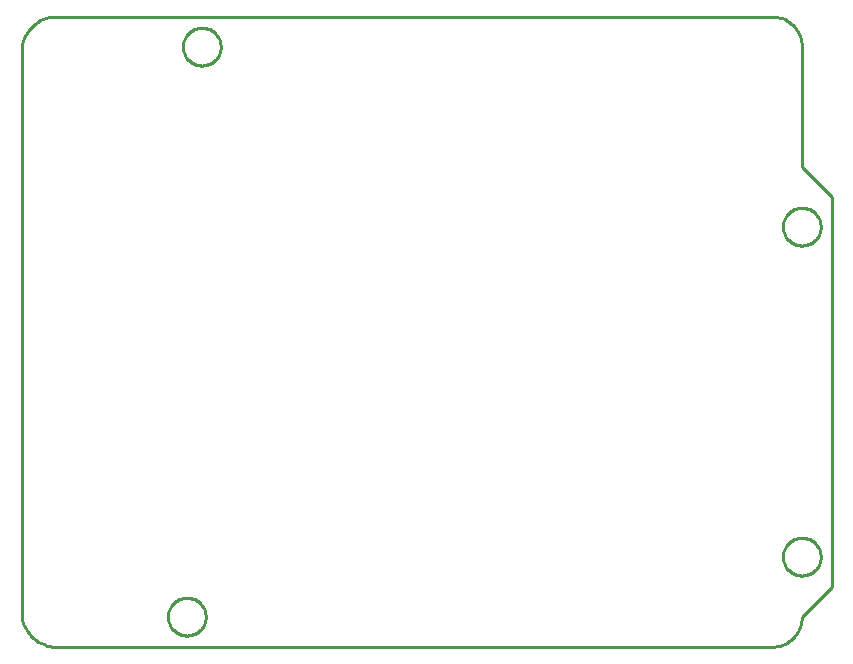
<source format=gbr>
G04 EAGLE Gerber RS-274X export*
G75*
%MOMM*%
%FSLAX34Y34*%
%LPD*%
%IN*%
%IPPOS*%
%AMOC8*
5,1,8,0,0,1.08239X$1,22.5*%
G01*
%ADD10C,0.254000*%


D10*
X0Y25400D02*
X482Y22833D01*
X1185Y20319D01*
X2105Y17875D01*
X3235Y15520D01*
X4565Y13273D01*
X6087Y11151D01*
X7787Y9169D01*
X9654Y7343D01*
X11673Y5686D01*
X13828Y4212D01*
X16104Y2931D01*
X18482Y1854D01*
X20946Y987D01*
X23476Y339D01*
X25400Y0D01*
X635000Y0D01*
X637214Y97D01*
X639411Y386D01*
X641574Y865D01*
X643687Y1532D01*
X645735Y2380D01*
X647700Y3403D01*
X649569Y4594D01*
X651327Y5942D01*
X652961Y7440D01*
X654458Y9073D01*
X655806Y10831D01*
X656997Y12700D01*
X658020Y14666D01*
X658868Y16713D01*
X659535Y18826D01*
X660014Y20989D01*
X660303Y23186D01*
X660400Y25400D01*
X685800Y50800D01*
X685800Y381000D01*
X660400Y406400D01*
X660400Y508000D01*
X660303Y510214D01*
X660014Y512411D01*
X659535Y514574D01*
X658868Y516687D01*
X658020Y518735D01*
X656997Y520700D01*
X655806Y522569D01*
X654458Y524327D01*
X652961Y525961D01*
X651327Y527458D01*
X649569Y528806D01*
X647700Y529997D01*
X645735Y531020D01*
X643687Y531868D01*
X641574Y532535D01*
X639411Y533014D01*
X637214Y533303D01*
X635000Y533400D01*
X25400Y533400D01*
X22833Y532918D01*
X20319Y532215D01*
X17875Y531295D01*
X15520Y530165D01*
X13273Y528835D01*
X11151Y527313D01*
X9169Y525613D01*
X7343Y523746D01*
X5686Y521728D01*
X4212Y519572D01*
X2931Y517296D01*
X1854Y514918D01*
X987Y512454D01*
X339Y509924D01*
X0Y508000D01*
X0Y25400D01*
X676400Y355076D02*
X676332Y354031D01*
X676195Y352992D01*
X675990Y351965D01*
X675719Y350953D01*
X675383Y349961D01*
X674982Y348993D01*
X674518Y348054D01*
X673995Y347146D01*
X673413Y346275D01*
X672775Y345444D01*
X672084Y344657D01*
X671343Y343916D01*
X670556Y343225D01*
X669725Y342588D01*
X668854Y342006D01*
X667946Y341482D01*
X667007Y341018D01*
X666039Y340617D01*
X665047Y340281D01*
X664035Y340010D01*
X663008Y339805D01*
X661969Y339669D01*
X660924Y339600D01*
X659876Y339600D01*
X658831Y339669D01*
X657792Y339805D01*
X656765Y340010D01*
X655753Y340281D01*
X654761Y340617D01*
X653793Y341018D01*
X652854Y341482D01*
X651946Y342006D01*
X651075Y342588D01*
X650244Y343225D01*
X649457Y343916D01*
X648716Y344657D01*
X648025Y345444D01*
X647388Y346275D01*
X646806Y347146D01*
X646282Y348054D01*
X645818Y348993D01*
X645417Y349961D01*
X645081Y350953D01*
X644810Y351965D01*
X644605Y352992D01*
X644469Y354031D01*
X644400Y355076D01*
X644400Y356124D01*
X644469Y357169D01*
X644605Y358208D01*
X644810Y359235D01*
X645081Y360247D01*
X645417Y361239D01*
X645818Y362207D01*
X646282Y363146D01*
X646806Y364054D01*
X647388Y364925D01*
X648025Y365756D01*
X648716Y366543D01*
X649457Y367284D01*
X650244Y367975D01*
X651075Y368613D01*
X651946Y369195D01*
X652854Y369718D01*
X653793Y370182D01*
X654761Y370583D01*
X655753Y370919D01*
X656765Y371190D01*
X657792Y371395D01*
X658831Y371532D01*
X659876Y371600D01*
X660924Y371600D01*
X661969Y371532D01*
X663008Y371395D01*
X664035Y371190D01*
X665047Y370919D01*
X666039Y370583D01*
X667007Y370182D01*
X667946Y369718D01*
X668854Y369195D01*
X669725Y368613D01*
X670556Y367975D01*
X671343Y367284D01*
X672084Y366543D01*
X672775Y365756D01*
X673413Y364925D01*
X673995Y364054D01*
X674518Y363146D01*
X674982Y362207D01*
X675383Y361239D01*
X675719Y360247D01*
X675990Y359235D01*
X676195Y358208D01*
X676332Y357169D01*
X676400Y356124D01*
X676400Y355076D01*
X676400Y75676D02*
X676332Y74631D01*
X676195Y73592D01*
X675990Y72565D01*
X675719Y71553D01*
X675383Y70561D01*
X674982Y69593D01*
X674518Y68654D01*
X673995Y67746D01*
X673413Y66875D01*
X672775Y66044D01*
X672084Y65257D01*
X671343Y64516D01*
X670556Y63825D01*
X669725Y63188D01*
X668854Y62606D01*
X667946Y62082D01*
X667007Y61618D01*
X666039Y61217D01*
X665047Y60881D01*
X664035Y60610D01*
X663008Y60405D01*
X661969Y60269D01*
X660924Y60200D01*
X659876Y60200D01*
X658831Y60269D01*
X657792Y60405D01*
X656765Y60610D01*
X655753Y60881D01*
X654761Y61217D01*
X653793Y61618D01*
X652854Y62082D01*
X651946Y62606D01*
X651075Y63188D01*
X650244Y63825D01*
X649457Y64516D01*
X648716Y65257D01*
X648025Y66044D01*
X647388Y66875D01*
X646806Y67746D01*
X646282Y68654D01*
X645818Y69593D01*
X645417Y70561D01*
X645081Y71553D01*
X644810Y72565D01*
X644605Y73592D01*
X644469Y74631D01*
X644400Y75676D01*
X644400Y76724D01*
X644469Y77769D01*
X644605Y78808D01*
X644810Y79835D01*
X645081Y80847D01*
X645417Y81839D01*
X645818Y82807D01*
X646282Y83746D01*
X646806Y84654D01*
X647388Y85525D01*
X648025Y86356D01*
X648716Y87143D01*
X649457Y87884D01*
X650244Y88575D01*
X651075Y89213D01*
X651946Y89795D01*
X652854Y90318D01*
X653793Y90782D01*
X654761Y91183D01*
X655753Y91519D01*
X656765Y91790D01*
X657792Y91995D01*
X658831Y92132D01*
X659876Y92200D01*
X660924Y92200D01*
X661969Y92132D01*
X663008Y91995D01*
X664035Y91790D01*
X665047Y91519D01*
X666039Y91183D01*
X667007Y90782D01*
X667946Y90318D01*
X668854Y89795D01*
X669725Y89213D01*
X670556Y88575D01*
X671343Y87884D01*
X672084Y87143D01*
X672775Y86356D01*
X673413Y85525D01*
X673995Y84654D01*
X674518Y83746D01*
X674982Y82807D01*
X675383Y81839D01*
X675719Y80847D01*
X675990Y79835D01*
X676195Y78808D01*
X676332Y77769D01*
X676400Y76724D01*
X676400Y75676D01*
X168400Y507476D02*
X168332Y506431D01*
X168195Y505392D01*
X167990Y504365D01*
X167719Y503353D01*
X167383Y502361D01*
X166982Y501393D01*
X166518Y500454D01*
X165995Y499546D01*
X165413Y498675D01*
X164775Y497844D01*
X164084Y497057D01*
X163343Y496316D01*
X162556Y495625D01*
X161725Y494988D01*
X160854Y494406D01*
X159946Y493882D01*
X159007Y493418D01*
X158039Y493017D01*
X157047Y492681D01*
X156035Y492410D01*
X155008Y492205D01*
X153969Y492069D01*
X152924Y492000D01*
X151876Y492000D01*
X150831Y492069D01*
X149792Y492205D01*
X148765Y492410D01*
X147753Y492681D01*
X146761Y493017D01*
X145793Y493418D01*
X144854Y493882D01*
X143946Y494406D01*
X143075Y494988D01*
X142244Y495625D01*
X141457Y496316D01*
X140716Y497057D01*
X140025Y497844D01*
X139388Y498675D01*
X138806Y499546D01*
X138282Y500454D01*
X137818Y501393D01*
X137417Y502361D01*
X137081Y503353D01*
X136810Y504365D01*
X136605Y505392D01*
X136469Y506431D01*
X136400Y507476D01*
X136400Y508524D01*
X136469Y509569D01*
X136605Y510608D01*
X136810Y511635D01*
X137081Y512647D01*
X137417Y513639D01*
X137818Y514607D01*
X138282Y515546D01*
X138806Y516454D01*
X139388Y517325D01*
X140025Y518156D01*
X140716Y518943D01*
X141457Y519684D01*
X142244Y520375D01*
X143075Y521013D01*
X143946Y521595D01*
X144854Y522118D01*
X145793Y522582D01*
X146761Y522983D01*
X147753Y523319D01*
X148765Y523590D01*
X149792Y523795D01*
X150831Y523932D01*
X151876Y524000D01*
X152924Y524000D01*
X153969Y523932D01*
X155008Y523795D01*
X156035Y523590D01*
X157047Y523319D01*
X158039Y522983D01*
X159007Y522582D01*
X159946Y522118D01*
X160854Y521595D01*
X161725Y521013D01*
X162556Y520375D01*
X163343Y519684D01*
X164084Y518943D01*
X164775Y518156D01*
X165413Y517325D01*
X165995Y516454D01*
X166518Y515546D01*
X166982Y514607D01*
X167383Y513639D01*
X167719Y512647D01*
X167990Y511635D01*
X168195Y510608D01*
X168332Y509569D01*
X168400Y508524D01*
X168400Y507476D01*
X155700Y24876D02*
X155632Y23831D01*
X155495Y22792D01*
X155290Y21765D01*
X155019Y20753D01*
X154683Y19761D01*
X154282Y18793D01*
X153818Y17854D01*
X153295Y16946D01*
X152713Y16075D01*
X152075Y15244D01*
X151384Y14457D01*
X150643Y13716D01*
X149856Y13025D01*
X149025Y12388D01*
X148154Y11806D01*
X147246Y11282D01*
X146307Y10818D01*
X145339Y10417D01*
X144347Y10081D01*
X143335Y9810D01*
X142308Y9605D01*
X141269Y9469D01*
X140224Y9400D01*
X139176Y9400D01*
X138131Y9469D01*
X137092Y9605D01*
X136065Y9810D01*
X135053Y10081D01*
X134061Y10417D01*
X133093Y10818D01*
X132154Y11282D01*
X131246Y11806D01*
X130375Y12388D01*
X129544Y13025D01*
X128757Y13716D01*
X128016Y14457D01*
X127325Y15244D01*
X126688Y16075D01*
X126106Y16946D01*
X125582Y17854D01*
X125118Y18793D01*
X124717Y19761D01*
X124381Y20753D01*
X124110Y21765D01*
X123905Y22792D01*
X123769Y23831D01*
X123700Y24876D01*
X123700Y25924D01*
X123769Y26969D01*
X123905Y28008D01*
X124110Y29035D01*
X124381Y30047D01*
X124717Y31039D01*
X125118Y32007D01*
X125582Y32946D01*
X126106Y33854D01*
X126688Y34725D01*
X127325Y35556D01*
X128016Y36343D01*
X128757Y37084D01*
X129544Y37775D01*
X130375Y38413D01*
X131246Y38995D01*
X132154Y39518D01*
X133093Y39982D01*
X134061Y40383D01*
X135053Y40719D01*
X136065Y40990D01*
X137092Y41195D01*
X138131Y41332D01*
X139176Y41400D01*
X140224Y41400D01*
X141269Y41332D01*
X142308Y41195D01*
X143335Y40990D01*
X144347Y40719D01*
X145339Y40383D01*
X146307Y39982D01*
X147246Y39518D01*
X148154Y38995D01*
X149025Y38413D01*
X149856Y37775D01*
X150643Y37084D01*
X151384Y36343D01*
X152075Y35556D01*
X152713Y34725D01*
X153295Y33854D01*
X153818Y32946D01*
X154282Y32007D01*
X154683Y31039D01*
X155019Y30047D01*
X155290Y29035D01*
X155495Y28008D01*
X155632Y26969D01*
X155700Y25924D01*
X155700Y24876D01*
M02*

</source>
